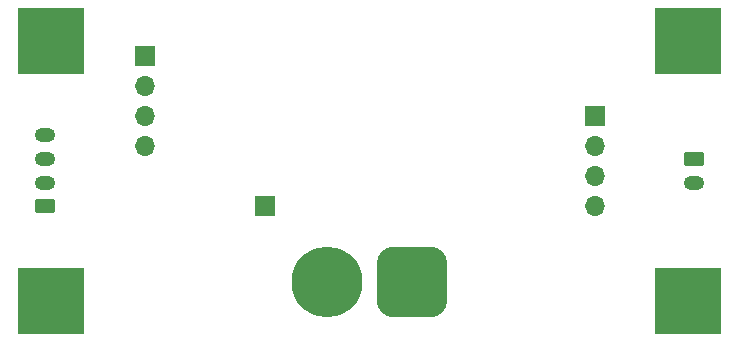
<source format=gbs>
G04 #@! TF.GenerationSoftware,KiCad,Pcbnew,7.0.0*
G04 #@! TF.CreationDate,2023-03-02T15:58:58-08:00*
G04 #@! TF.ProjectId,KYBERNETES-LOGIC-PD,4b594245-524e-4455-9445-532d4c4f4749,rev?*
G04 #@! TF.SameCoordinates,Original*
G04 #@! TF.FileFunction,Soldermask,Bot*
G04 #@! TF.FilePolarity,Negative*
%FSLAX46Y46*%
G04 Gerber Fmt 4.6, Leading zero omitted, Abs format (unit mm)*
G04 Created by KiCad (PCBNEW 7.0.0) date 2023-03-02 15:58:58*
%MOMM*%
%LPD*%
G01*
G04 APERTURE LIST*
G04 Aperture macros list*
%AMRoundRect*
0 Rectangle with rounded corners*
0 $1 Rounding radius*
0 $2 $3 $4 $5 $6 $7 $8 $9 X,Y pos of 4 corners*
0 Add a 4 corners polygon primitive as box body*
4,1,4,$2,$3,$4,$5,$6,$7,$8,$9,$2,$3,0*
0 Add four circle primitives for the rounded corners*
1,1,$1+$1,$2,$3*
1,1,$1+$1,$4,$5*
1,1,$1+$1,$6,$7*
1,1,$1+$1,$8,$9*
0 Add four rect primitives between the rounded corners*
20,1,$1+$1,$2,$3,$4,$5,0*
20,1,$1+$1,$4,$5,$6,$7,0*
20,1,$1+$1,$6,$7,$8,$9,0*
20,1,$1+$1,$8,$9,$2,$3,0*%
G04 Aperture macros list end*
%ADD10R,5.600000X5.600000*%
%ADD11C,6.000000*%
%ADD12RoundRect,1.500000X1.500000X1.500000X-1.500000X1.500000X-1.500000X-1.500000X1.500000X-1.500000X0*%
%ADD13O,1.700000X1.700000*%
%ADD14R,1.700000X1.700000*%
%ADD15RoundRect,0.250000X0.625000X-0.350000X0.625000X0.350000X-0.625000X0.350000X-0.625000X-0.350000X0*%
%ADD16O,1.750000X1.200000*%
%ADD17RoundRect,0.250000X-0.625000X0.350000X-0.625000X-0.350000X0.625000X-0.350000X0.625000X0.350000X0*%
G04 APERTURE END LIST*
D10*
X172659999Y-97979999D03*
X118659999Y-97979999D03*
X172659999Y-75979999D03*
X118659999Y-75979999D03*
D11*
X142060000Y-96400000D03*
D12*
X149260000Y-96400000D03*
D13*
X164709999Y-89919999D03*
X164709999Y-87379999D03*
X164709999Y-84839999D03*
D14*
X164709999Y-82299999D03*
D15*
X118210000Y-89980000D03*
D16*
X118209999Y-87979999D03*
X118209999Y-85979999D03*
X118209999Y-83979999D03*
D17*
X173120000Y-85980000D03*
D16*
X173119999Y-87979999D03*
D14*
X136769999Y-89919999D03*
D13*
X126609999Y-84839999D03*
X126609999Y-82299999D03*
X126609999Y-79759999D03*
D14*
X126609999Y-77219999D03*
M02*

</source>
